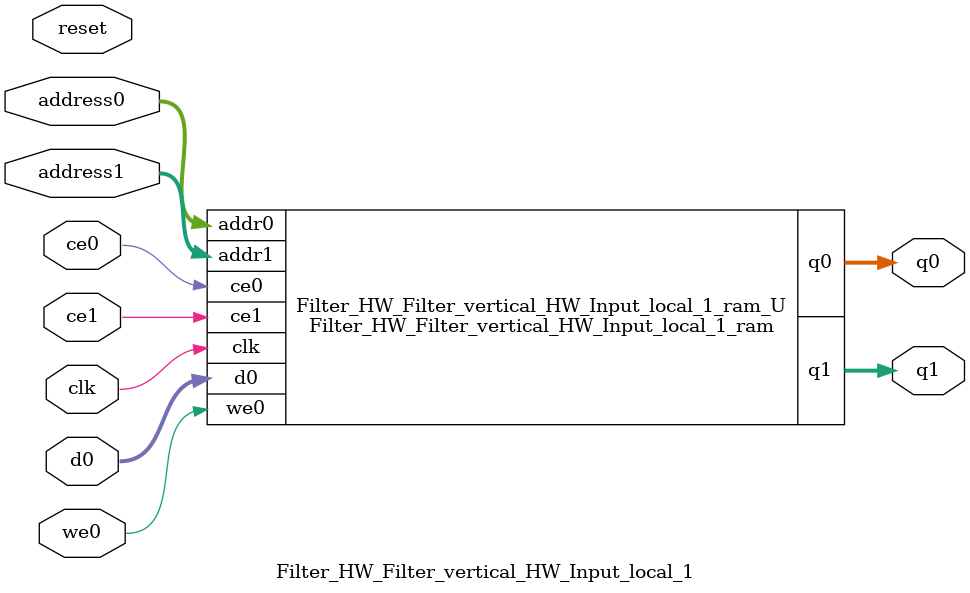
<source format=v>
`timescale 1 ns / 1 ps
module Filter_HW_Filter_vertical_HW_Input_local_1_ram (addr0, ce0, d0, we0, q0, addr1, ce1, q1,  clk);

parameter DWIDTH = 8;
parameter AWIDTH = 9;
parameter MEM_SIZE = 474;

input[AWIDTH-1:0] addr0;
input ce0;
input[DWIDTH-1:0] d0;
input we0;
output reg[DWIDTH-1:0] q0;
input[AWIDTH-1:0] addr1;
input ce1;
output reg[DWIDTH-1:0] q1;
input clk;

reg [DWIDTH-1:0] ram[0:MEM_SIZE-1];




always @(posedge clk)  
begin 
    if (ce0) begin
        if (we0) 
            ram[addr0] <= d0; 
        q0 <= ram[addr0];
    end
end


always @(posedge clk)  
begin 
    if (ce1) begin
        q1 <= ram[addr1];
    end
end


endmodule

`timescale 1 ns / 1 ps
module Filter_HW_Filter_vertical_HW_Input_local_1(
    reset,
    clk,
    address0,
    ce0,
    we0,
    d0,
    q0,
    address1,
    ce1,
    q1);

parameter DataWidth = 32'd8;
parameter AddressRange = 32'd474;
parameter AddressWidth = 32'd9;
input reset;
input clk;
input[AddressWidth - 1:0] address0;
input ce0;
input we0;
input[DataWidth - 1:0] d0;
output[DataWidth - 1:0] q0;
input[AddressWidth - 1:0] address1;
input ce1;
output[DataWidth - 1:0] q1;



Filter_HW_Filter_vertical_HW_Input_local_1_ram Filter_HW_Filter_vertical_HW_Input_local_1_ram_U(
    .clk( clk ),
    .addr0( address0 ),
    .ce0( ce0 ),
    .we0( we0 ),
    .d0( d0 ),
    .q0( q0 ),
    .addr1( address1 ),
    .ce1( ce1 ),
    .q1( q1 ));

endmodule


</source>
